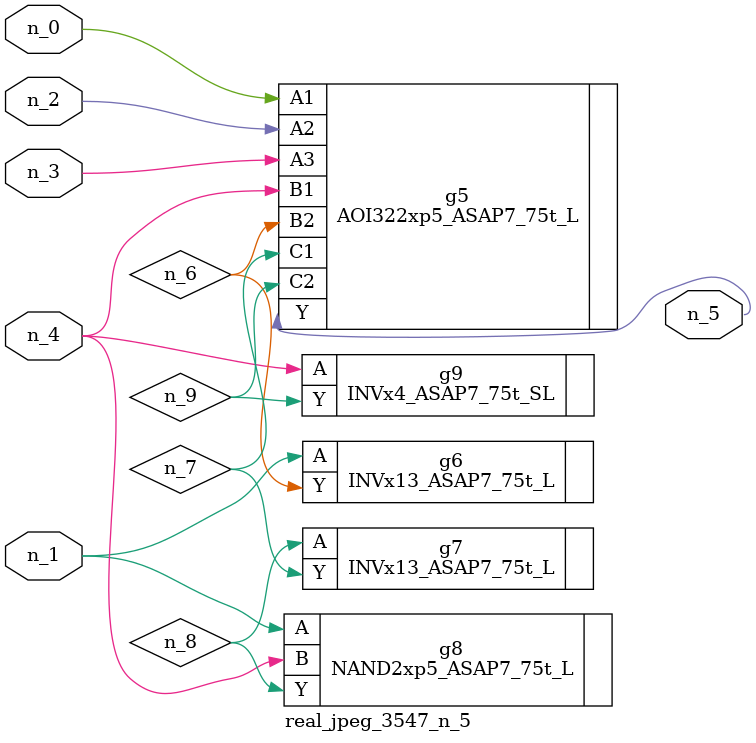
<source format=v>
module real_jpeg_3547_n_5 (n_4, n_0, n_1, n_2, n_3, n_5);

input n_4;
input n_0;
input n_1;
input n_2;
input n_3;

output n_5;

wire n_8;
wire n_6;
wire n_7;
wire n_9;

AOI322xp5_ASAP7_75t_L g5 ( 
.A1(n_0),
.A2(n_2),
.A3(n_3),
.B1(n_4),
.B2(n_6),
.C1(n_7),
.C2(n_9),
.Y(n_5)
);

INVx13_ASAP7_75t_L g6 ( 
.A(n_1),
.Y(n_6)
);

NAND2xp5_ASAP7_75t_L g8 ( 
.A(n_1),
.B(n_4),
.Y(n_8)
);

INVx4_ASAP7_75t_SL g9 ( 
.A(n_4),
.Y(n_9)
);

INVx13_ASAP7_75t_L g7 ( 
.A(n_8),
.Y(n_7)
);


endmodule
</source>
